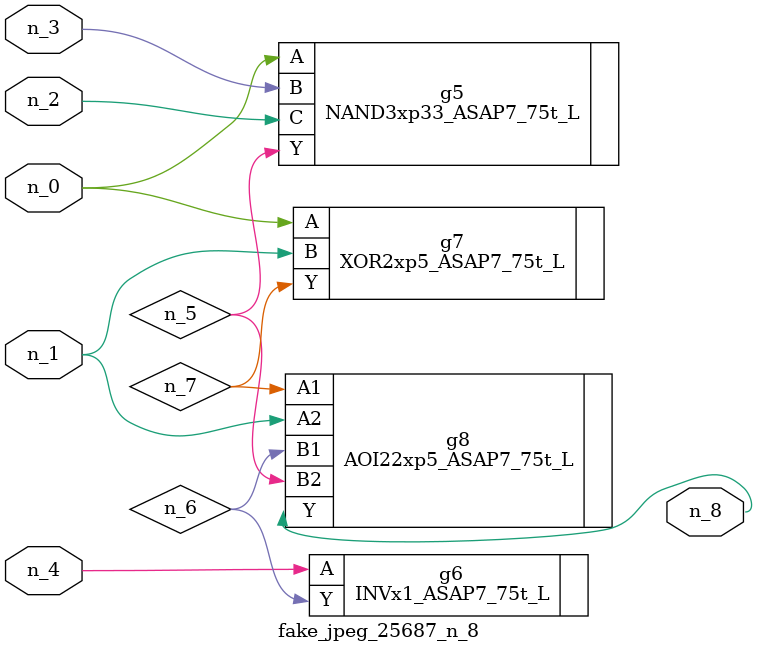
<source format=v>
module fake_jpeg_25687_n_8 (n_3, n_2, n_1, n_0, n_4, n_8);

input n_3;
input n_2;
input n_1;
input n_0;
input n_4;

output n_8;

wire n_6;
wire n_5;
wire n_7;

NAND3xp33_ASAP7_75t_L g5 ( 
.A(n_0),
.B(n_3),
.C(n_2),
.Y(n_5)
);

INVx1_ASAP7_75t_L g6 ( 
.A(n_4),
.Y(n_6)
);

XOR2xp5_ASAP7_75t_L g7 ( 
.A(n_0),
.B(n_1),
.Y(n_7)
);

AOI22xp5_ASAP7_75t_L g8 ( 
.A1(n_7),
.A2(n_1),
.B1(n_6),
.B2(n_5),
.Y(n_8)
);


endmodule
</source>
